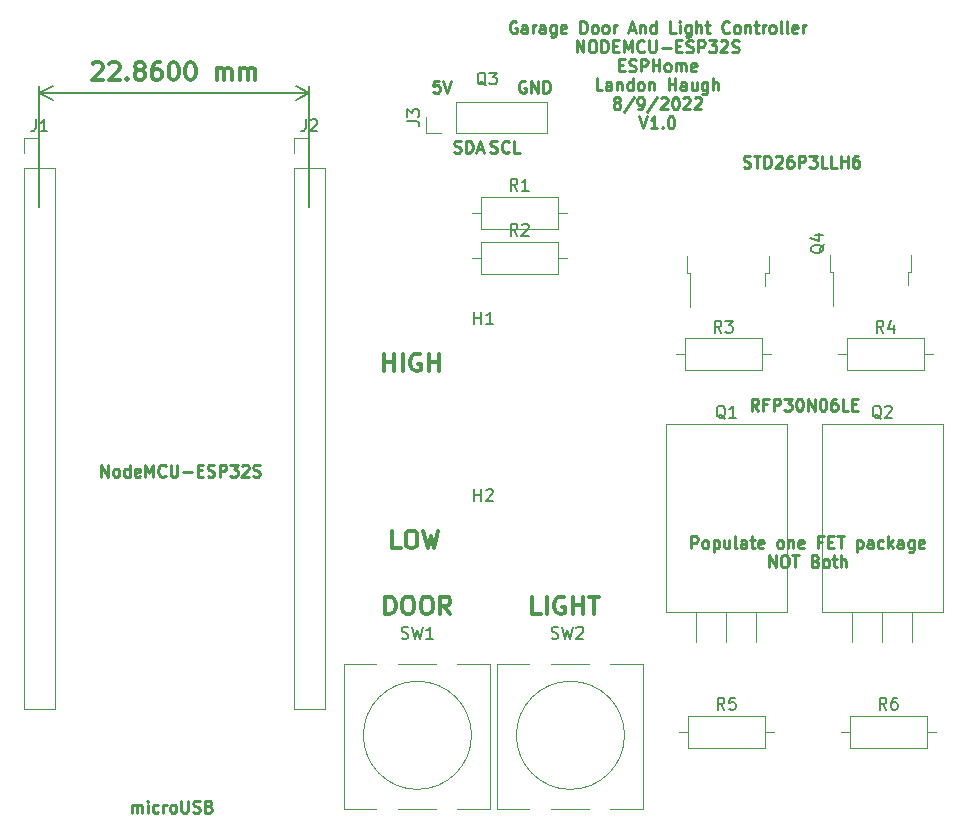
<source format=gbr>
%TF.GenerationSoftware,KiCad,Pcbnew,(6.0.7)*%
%TF.CreationDate,2022-08-09T22:59:13-05:00*%
%TF.ProjectId,garage-door_opener,67617261-6765-42d6-946f-6f725f6f7065,rev?*%
%TF.SameCoordinates,Original*%
%TF.FileFunction,Legend,Top*%
%TF.FilePolarity,Positive*%
%FSLAX46Y46*%
G04 Gerber Fmt 4.6, Leading zero omitted, Abs format (unit mm)*
G04 Created by KiCad (PCBNEW (6.0.7)) date 2022-08-09 22:59:13*
%MOMM*%
%LPD*%
G01*
G04 APERTURE LIST*
%ADD10C,0.250000*%
%ADD11C,0.300000*%
%ADD12C,0.200000*%
%ADD13C,0.150000*%
%ADD14C,0.120000*%
G04 APERTURE END LIST*
D10*
X172799523Y-50696761D02*
X172942380Y-50744380D01*
X173180476Y-50744380D01*
X173275714Y-50696761D01*
X173323333Y-50649142D01*
X173370952Y-50553904D01*
X173370952Y-50458666D01*
X173323333Y-50363428D01*
X173275714Y-50315809D01*
X173180476Y-50268190D01*
X172990000Y-50220571D01*
X172894761Y-50172952D01*
X172847142Y-50125333D01*
X172799523Y-50030095D01*
X172799523Y-49934857D01*
X172847142Y-49839619D01*
X172894761Y-49792000D01*
X172990000Y-49744380D01*
X173228095Y-49744380D01*
X173370952Y-49792000D01*
X174370952Y-50649142D02*
X174323333Y-50696761D01*
X174180476Y-50744380D01*
X174085238Y-50744380D01*
X173942380Y-50696761D01*
X173847142Y-50601523D01*
X173799523Y-50506285D01*
X173751904Y-50315809D01*
X173751904Y-50172952D01*
X173799523Y-49982476D01*
X173847142Y-49887238D01*
X173942380Y-49792000D01*
X174085238Y-49744380D01*
X174180476Y-49744380D01*
X174323333Y-49792000D01*
X174370952Y-49839619D01*
X175275714Y-50744380D02*
X174799523Y-50744380D01*
X174799523Y-49744380D01*
X194231238Y-51966761D02*
X194374095Y-52014380D01*
X194612190Y-52014380D01*
X194707428Y-51966761D01*
X194755047Y-51919142D01*
X194802666Y-51823904D01*
X194802666Y-51728666D01*
X194755047Y-51633428D01*
X194707428Y-51585809D01*
X194612190Y-51538190D01*
X194421714Y-51490571D01*
X194326476Y-51442952D01*
X194278857Y-51395333D01*
X194231238Y-51300095D01*
X194231238Y-51204857D01*
X194278857Y-51109619D01*
X194326476Y-51062000D01*
X194421714Y-51014380D01*
X194659809Y-51014380D01*
X194802666Y-51062000D01*
X195088380Y-51014380D02*
X195659809Y-51014380D01*
X195374095Y-52014380D02*
X195374095Y-51014380D01*
X195993142Y-52014380D02*
X195993142Y-51014380D01*
X196231238Y-51014380D01*
X196374095Y-51062000D01*
X196469333Y-51157238D01*
X196516952Y-51252476D01*
X196564571Y-51442952D01*
X196564571Y-51585809D01*
X196516952Y-51776285D01*
X196469333Y-51871523D01*
X196374095Y-51966761D01*
X196231238Y-52014380D01*
X195993142Y-52014380D01*
X196945523Y-51109619D02*
X196993142Y-51062000D01*
X197088380Y-51014380D01*
X197326476Y-51014380D01*
X197421714Y-51062000D01*
X197469333Y-51109619D01*
X197516952Y-51204857D01*
X197516952Y-51300095D01*
X197469333Y-51442952D01*
X196897904Y-52014380D01*
X197516952Y-52014380D01*
X198374095Y-51014380D02*
X198183619Y-51014380D01*
X198088380Y-51062000D01*
X198040761Y-51109619D01*
X197945523Y-51252476D01*
X197897904Y-51442952D01*
X197897904Y-51823904D01*
X197945523Y-51919142D01*
X197993142Y-51966761D01*
X198088380Y-52014380D01*
X198278857Y-52014380D01*
X198374095Y-51966761D01*
X198421714Y-51919142D01*
X198469333Y-51823904D01*
X198469333Y-51585809D01*
X198421714Y-51490571D01*
X198374095Y-51442952D01*
X198278857Y-51395333D01*
X198088380Y-51395333D01*
X197993142Y-51442952D01*
X197945523Y-51490571D01*
X197897904Y-51585809D01*
X198897904Y-52014380D02*
X198897904Y-51014380D01*
X199278857Y-51014380D01*
X199374095Y-51062000D01*
X199421714Y-51109619D01*
X199469333Y-51204857D01*
X199469333Y-51347714D01*
X199421714Y-51442952D01*
X199374095Y-51490571D01*
X199278857Y-51538190D01*
X198897904Y-51538190D01*
X199802666Y-51014380D02*
X200421714Y-51014380D01*
X200088380Y-51395333D01*
X200231238Y-51395333D01*
X200326476Y-51442952D01*
X200374095Y-51490571D01*
X200421714Y-51585809D01*
X200421714Y-51823904D01*
X200374095Y-51919142D01*
X200326476Y-51966761D01*
X200231238Y-52014380D01*
X199945523Y-52014380D01*
X199850285Y-51966761D01*
X199802666Y-51919142D01*
X201326476Y-52014380D02*
X200850285Y-52014380D01*
X200850285Y-51014380D01*
X202136000Y-52014380D02*
X201659809Y-52014380D01*
X201659809Y-51014380D01*
X202469333Y-52014380D02*
X202469333Y-51014380D01*
X202469333Y-51490571D02*
X203040761Y-51490571D01*
X203040761Y-52014380D02*
X203040761Y-51014380D01*
X203945523Y-51014380D02*
X203755047Y-51014380D01*
X203659809Y-51062000D01*
X203612190Y-51109619D01*
X203516952Y-51252476D01*
X203469333Y-51442952D01*
X203469333Y-51823904D01*
X203516952Y-51919142D01*
X203564571Y-51966761D01*
X203659809Y-52014380D01*
X203850285Y-52014380D01*
X203945523Y-51966761D01*
X203993142Y-51919142D01*
X204040761Y-51823904D01*
X204040761Y-51585809D01*
X203993142Y-51490571D01*
X203945523Y-51442952D01*
X203850285Y-51395333D01*
X203659809Y-51395333D01*
X203564571Y-51442952D01*
X203516952Y-51490571D01*
X203469333Y-51585809D01*
D11*
X165191428Y-84244571D02*
X164477142Y-84244571D01*
X164477142Y-82744571D01*
X165977142Y-82744571D02*
X166262857Y-82744571D01*
X166405714Y-82816000D01*
X166548571Y-82958857D01*
X166620000Y-83244571D01*
X166620000Y-83744571D01*
X166548571Y-84030285D01*
X166405714Y-84173142D01*
X166262857Y-84244571D01*
X165977142Y-84244571D01*
X165834285Y-84173142D01*
X165691428Y-84030285D01*
X165620000Y-83744571D01*
X165620000Y-83244571D01*
X165691428Y-82958857D01*
X165834285Y-82816000D01*
X165977142Y-82744571D01*
X167120000Y-82744571D02*
X167477142Y-84244571D01*
X167762857Y-83173142D01*
X168048571Y-84244571D01*
X168405714Y-82744571D01*
X163794571Y-69258571D02*
X163794571Y-67758571D01*
X163794571Y-68472857D02*
X164651714Y-68472857D01*
X164651714Y-69258571D02*
X164651714Y-67758571D01*
X165366000Y-69258571D02*
X165366000Y-67758571D01*
X166866000Y-67830000D02*
X166723142Y-67758571D01*
X166508857Y-67758571D01*
X166294571Y-67830000D01*
X166151714Y-67972857D01*
X166080285Y-68115714D01*
X166008857Y-68401428D01*
X166008857Y-68615714D01*
X166080285Y-68901428D01*
X166151714Y-69044285D01*
X166294571Y-69187142D01*
X166508857Y-69258571D01*
X166651714Y-69258571D01*
X166866000Y-69187142D01*
X166937428Y-69115714D01*
X166937428Y-68615714D01*
X166651714Y-68615714D01*
X167580285Y-69258571D02*
X167580285Y-67758571D01*
X167580285Y-68472857D02*
X168437428Y-68472857D01*
X168437428Y-69258571D02*
X168437428Y-67758571D01*
X177070000Y-89832571D02*
X176355714Y-89832571D01*
X176355714Y-88332571D01*
X177570000Y-89832571D02*
X177570000Y-88332571D01*
X179070000Y-88404000D02*
X178927142Y-88332571D01*
X178712857Y-88332571D01*
X178498571Y-88404000D01*
X178355714Y-88546857D01*
X178284285Y-88689714D01*
X178212857Y-88975428D01*
X178212857Y-89189714D01*
X178284285Y-89475428D01*
X178355714Y-89618285D01*
X178498571Y-89761142D01*
X178712857Y-89832571D01*
X178855714Y-89832571D01*
X179070000Y-89761142D01*
X179141428Y-89689714D01*
X179141428Y-89189714D01*
X178855714Y-89189714D01*
X179784285Y-89832571D02*
X179784285Y-88332571D01*
X179784285Y-89046857D02*
X180641428Y-89046857D01*
X180641428Y-89832571D02*
X180641428Y-88332571D01*
X181141428Y-88332571D02*
X181998571Y-88332571D01*
X181570000Y-89832571D02*
X181570000Y-88332571D01*
D10*
X175768095Y-44712000D02*
X175672857Y-44664380D01*
X175530000Y-44664380D01*
X175387142Y-44712000D01*
X175291904Y-44807238D01*
X175244285Y-44902476D01*
X175196666Y-45092952D01*
X175196666Y-45235809D01*
X175244285Y-45426285D01*
X175291904Y-45521523D01*
X175387142Y-45616761D01*
X175530000Y-45664380D01*
X175625238Y-45664380D01*
X175768095Y-45616761D01*
X175815714Y-45569142D01*
X175815714Y-45235809D01*
X175625238Y-45235809D01*
X176244285Y-45664380D02*
X176244285Y-44664380D01*
X176815714Y-45664380D01*
X176815714Y-44664380D01*
X177291904Y-45664380D02*
X177291904Y-44664380D01*
X177530000Y-44664380D01*
X177672857Y-44712000D01*
X177768095Y-44807238D01*
X177815714Y-44902476D01*
X177863333Y-45092952D01*
X177863333Y-45235809D01*
X177815714Y-45426285D01*
X177768095Y-45521523D01*
X177672857Y-45616761D01*
X177530000Y-45664380D01*
X177291904Y-45664380D01*
X174991619Y-39671000D02*
X174896380Y-39623380D01*
X174753523Y-39623380D01*
X174610666Y-39671000D01*
X174515428Y-39766238D01*
X174467809Y-39861476D01*
X174420190Y-40051952D01*
X174420190Y-40194809D01*
X174467809Y-40385285D01*
X174515428Y-40480523D01*
X174610666Y-40575761D01*
X174753523Y-40623380D01*
X174848761Y-40623380D01*
X174991619Y-40575761D01*
X175039238Y-40528142D01*
X175039238Y-40194809D01*
X174848761Y-40194809D01*
X175896380Y-40623380D02*
X175896380Y-40099571D01*
X175848761Y-40004333D01*
X175753523Y-39956714D01*
X175563047Y-39956714D01*
X175467809Y-40004333D01*
X175896380Y-40575761D02*
X175801142Y-40623380D01*
X175563047Y-40623380D01*
X175467809Y-40575761D01*
X175420190Y-40480523D01*
X175420190Y-40385285D01*
X175467809Y-40290047D01*
X175563047Y-40242428D01*
X175801142Y-40242428D01*
X175896380Y-40194809D01*
X176372571Y-40623380D02*
X176372571Y-39956714D01*
X176372571Y-40147190D02*
X176420190Y-40051952D01*
X176467809Y-40004333D01*
X176563047Y-39956714D01*
X176658285Y-39956714D01*
X177420190Y-40623380D02*
X177420190Y-40099571D01*
X177372571Y-40004333D01*
X177277333Y-39956714D01*
X177086857Y-39956714D01*
X176991619Y-40004333D01*
X177420190Y-40575761D02*
X177324952Y-40623380D01*
X177086857Y-40623380D01*
X176991619Y-40575761D01*
X176943999Y-40480523D01*
X176943999Y-40385285D01*
X176991619Y-40290047D01*
X177086857Y-40242428D01*
X177324952Y-40242428D01*
X177420190Y-40194809D01*
X178324952Y-39956714D02*
X178324952Y-40766238D01*
X178277333Y-40861476D01*
X178229714Y-40909095D01*
X178134476Y-40956714D01*
X177991619Y-40956714D01*
X177896380Y-40909095D01*
X178324952Y-40575761D02*
X178229714Y-40623380D01*
X178039238Y-40623380D01*
X177943999Y-40575761D01*
X177896380Y-40528142D01*
X177848761Y-40432904D01*
X177848761Y-40147190D01*
X177896380Y-40051952D01*
X177943999Y-40004333D01*
X178039238Y-39956714D01*
X178229714Y-39956714D01*
X178324952Y-40004333D01*
X179182095Y-40575761D02*
X179086857Y-40623380D01*
X178896380Y-40623380D01*
X178801142Y-40575761D01*
X178753523Y-40480523D01*
X178753523Y-40099571D01*
X178801142Y-40004333D01*
X178896380Y-39956714D01*
X179086857Y-39956714D01*
X179182095Y-40004333D01*
X179229714Y-40099571D01*
X179229714Y-40194809D01*
X178753523Y-40290047D01*
X180420190Y-40623380D02*
X180420190Y-39623380D01*
X180658285Y-39623380D01*
X180801142Y-39671000D01*
X180896380Y-39766238D01*
X180943999Y-39861476D01*
X180991619Y-40051952D01*
X180991619Y-40194809D01*
X180943999Y-40385285D01*
X180896380Y-40480523D01*
X180801142Y-40575761D01*
X180658285Y-40623380D01*
X180420190Y-40623380D01*
X181563047Y-40623380D02*
X181467809Y-40575761D01*
X181420190Y-40528142D01*
X181372571Y-40432904D01*
X181372571Y-40147190D01*
X181420190Y-40051952D01*
X181467809Y-40004333D01*
X181563047Y-39956714D01*
X181705904Y-39956714D01*
X181801142Y-40004333D01*
X181848761Y-40051952D01*
X181896380Y-40147190D01*
X181896380Y-40432904D01*
X181848761Y-40528142D01*
X181801142Y-40575761D01*
X181705904Y-40623380D01*
X181563047Y-40623380D01*
X182467809Y-40623380D02*
X182372571Y-40575761D01*
X182324952Y-40528142D01*
X182277333Y-40432904D01*
X182277333Y-40147190D01*
X182324952Y-40051952D01*
X182372571Y-40004333D01*
X182467809Y-39956714D01*
X182610666Y-39956714D01*
X182705904Y-40004333D01*
X182753523Y-40051952D01*
X182801142Y-40147190D01*
X182801142Y-40432904D01*
X182753523Y-40528142D01*
X182705904Y-40575761D01*
X182610666Y-40623380D01*
X182467809Y-40623380D01*
X183229714Y-40623380D02*
X183229714Y-39956714D01*
X183229714Y-40147190D02*
X183277333Y-40051952D01*
X183324952Y-40004333D01*
X183420190Y-39956714D01*
X183515428Y-39956714D01*
X184563047Y-40337666D02*
X185039238Y-40337666D01*
X184467809Y-40623380D02*
X184801142Y-39623380D01*
X185134476Y-40623380D01*
X185467809Y-39956714D02*
X185467809Y-40623380D01*
X185467809Y-40051952D02*
X185515428Y-40004333D01*
X185610666Y-39956714D01*
X185753523Y-39956714D01*
X185848761Y-40004333D01*
X185896380Y-40099571D01*
X185896380Y-40623380D01*
X186801142Y-40623380D02*
X186801142Y-39623380D01*
X186801142Y-40575761D02*
X186705904Y-40623380D01*
X186515428Y-40623380D01*
X186420190Y-40575761D01*
X186372571Y-40528142D01*
X186324952Y-40432904D01*
X186324952Y-40147190D01*
X186372571Y-40051952D01*
X186420190Y-40004333D01*
X186515428Y-39956714D01*
X186705904Y-39956714D01*
X186801142Y-40004333D01*
X188515428Y-40623380D02*
X188039238Y-40623380D01*
X188039238Y-39623380D01*
X188848761Y-40623380D02*
X188848761Y-39956714D01*
X188848761Y-39623380D02*
X188801142Y-39671000D01*
X188848761Y-39718619D01*
X188896380Y-39671000D01*
X188848761Y-39623380D01*
X188848761Y-39718619D01*
X189753523Y-39956714D02*
X189753523Y-40766238D01*
X189705904Y-40861476D01*
X189658285Y-40909095D01*
X189563047Y-40956714D01*
X189420190Y-40956714D01*
X189324952Y-40909095D01*
X189753523Y-40575761D02*
X189658285Y-40623380D01*
X189467809Y-40623380D01*
X189372571Y-40575761D01*
X189324952Y-40528142D01*
X189277333Y-40432904D01*
X189277333Y-40147190D01*
X189324952Y-40051952D01*
X189372571Y-40004333D01*
X189467809Y-39956714D01*
X189658285Y-39956714D01*
X189753523Y-40004333D01*
X190229714Y-40623380D02*
X190229714Y-39623380D01*
X190658285Y-40623380D02*
X190658285Y-40099571D01*
X190610666Y-40004333D01*
X190515428Y-39956714D01*
X190372571Y-39956714D01*
X190277333Y-40004333D01*
X190229714Y-40051952D01*
X190991619Y-39956714D02*
X191372571Y-39956714D01*
X191134476Y-39623380D02*
X191134476Y-40480523D01*
X191182095Y-40575761D01*
X191277333Y-40623380D01*
X191372571Y-40623380D01*
X193039238Y-40528142D02*
X192991619Y-40575761D01*
X192848761Y-40623380D01*
X192753523Y-40623380D01*
X192610666Y-40575761D01*
X192515428Y-40480523D01*
X192467809Y-40385285D01*
X192420190Y-40194809D01*
X192420190Y-40051952D01*
X192467809Y-39861476D01*
X192515428Y-39766238D01*
X192610666Y-39671000D01*
X192753523Y-39623380D01*
X192848761Y-39623380D01*
X192991619Y-39671000D01*
X193039238Y-39718619D01*
X193610666Y-40623380D02*
X193515428Y-40575761D01*
X193467809Y-40528142D01*
X193420190Y-40432904D01*
X193420190Y-40147190D01*
X193467809Y-40051952D01*
X193515428Y-40004333D01*
X193610666Y-39956714D01*
X193753523Y-39956714D01*
X193848761Y-40004333D01*
X193896380Y-40051952D01*
X193943999Y-40147190D01*
X193943999Y-40432904D01*
X193896380Y-40528142D01*
X193848761Y-40575761D01*
X193753523Y-40623380D01*
X193610666Y-40623380D01*
X194372571Y-39956714D02*
X194372571Y-40623380D01*
X194372571Y-40051952D02*
X194420190Y-40004333D01*
X194515428Y-39956714D01*
X194658285Y-39956714D01*
X194753523Y-40004333D01*
X194801142Y-40099571D01*
X194801142Y-40623380D01*
X195134476Y-39956714D02*
X195515428Y-39956714D01*
X195277333Y-39623380D02*
X195277333Y-40480523D01*
X195324952Y-40575761D01*
X195420190Y-40623380D01*
X195515428Y-40623380D01*
X195848761Y-40623380D02*
X195848761Y-39956714D01*
X195848761Y-40147190D02*
X195896380Y-40051952D01*
X195943999Y-40004333D01*
X196039238Y-39956714D01*
X196134476Y-39956714D01*
X196610666Y-40623380D02*
X196515428Y-40575761D01*
X196467809Y-40528142D01*
X196420190Y-40432904D01*
X196420190Y-40147190D01*
X196467809Y-40051952D01*
X196515428Y-40004333D01*
X196610666Y-39956714D01*
X196753523Y-39956714D01*
X196848761Y-40004333D01*
X196896380Y-40051952D01*
X196943999Y-40147190D01*
X196943999Y-40432904D01*
X196896380Y-40528142D01*
X196848761Y-40575761D01*
X196753523Y-40623380D01*
X196610666Y-40623380D01*
X197515428Y-40623380D02*
X197420190Y-40575761D01*
X197372571Y-40480523D01*
X197372571Y-39623380D01*
X198039238Y-40623380D02*
X197943999Y-40575761D01*
X197896380Y-40480523D01*
X197896380Y-39623380D01*
X198801142Y-40575761D02*
X198705904Y-40623380D01*
X198515428Y-40623380D01*
X198420190Y-40575761D01*
X198372571Y-40480523D01*
X198372571Y-40099571D01*
X198420190Y-40004333D01*
X198515428Y-39956714D01*
X198705904Y-39956714D01*
X198801142Y-40004333D01*
X198848761Y-40099571D01*
X198848761Y-40194809D01*
X198372571Y-40290047D01*
X199277333Y-40623380D02*
X199277333Y-39956714D01*
X199277333Y-40147190D02*
X199324952Y-40051952D01*
X199372571Y-40004333D01*
X199467809Y-39956714D01*
X199563047Y-39956714D01*
X180110666Y-42233380D02*
X180110666Y-41233380D01*
X180682095Y-42233380D01*
X180682095Y-41233380D01*
X181348761Y-41233380D02*
X181539238Y-41233380D01*
X181634476Y-41281000D01*
X181729714Y-41376238D01*
X181777333Y-41566714D01*
X181777333Y-41900047D01*
X181729714Y-42090523D01*
X181634476Y-42185761D01*
X181539238Y-42233380D01*
X181348761Y-42233380D01*
X181253523Y-42185761D01*
X181158285Y-42090523D01*
X181110666Y-41900047D01*
X181110666Y-41566714D01*
X181158285Y-41376238D01*
X181253523Y-41281000D01*
X181348761Y-41233380D01*
X182205904Y-42233380D02*
X182205904Y-41233380D01*
X182444000Y-41233380D01*
X182586857Y-41281000D01*
X182682095Y-41376238D01*
X182729714Y-41471476D01*
X182777333Y-41661952D01*
X182777333Y-41804809D01*
X182729714Y-41995285D01*
X182682095Y-42090523D01*
X182586857Y-42185761D01*
X182444000Y-42233380D01*
X182205904Y-42233380D01*
X183205904Y-41709571D02*
X183539238Y-41709571D01*
X183682095Y-42233380D02*
X183205904Y-42233380D01*
X183205904Y-41233380D01*
X183682095Y-41233380D01*
X184110666Y-42233380D02*
X184110666Y-41233380D01*
X184444000Y-41947666D01*
X184777333Y-41233380D01*
X184777333Y-42233380D01*
X185824952Y-42138142D02*
X185777333Y-42185761D01*
X185634476Y-42233380D01*
X185539238Y-42233380D01*
X185396380Y-42185761D01*
X185301142Y-42090523D01*
X185253523Y-41995285D01*
X185205904Y-41804809D01*
X185205904Y-41661952D01*
X185253523Y-41471476D01*
X185301142Y-41376238D01*
X185396380Y-41281000D01*
X185539238Y-41233380D01*
X185634476Y-41233380D01*
X185777333Y-41281000D01*
X185824952Y-41328619D01*
X186253523Y-41233380D02*
X186253523Y-42042904D01*
X186301142Y-42138142D01*
X186348761Y-42185761D01*
X186444000Y-42233380D01*
X186634476Y-42233380D01*
X186729714Y-42185761D01*
X186777333Y-42138142D01*
X186824952Y-42042904D01*
X186824952Y-41233380D01*
X187301142Y-41852428D02*
X188063047Y-41852428D01*
X188539238Y-41709571D02*
X188872571Y-41709571D01*
X189015428Y-42233380D02*
X188539238Y-42233380D01*
X188539238Y-41233380D01*
X189015428Y-41233380D01*
X189396380Y-42185761D02*
X189539238Y-42233380D01*
X189777333Y-42233380D01*
X189872571Y-42185761D01*
X189920190Y-42138142D01*
X189967809Y-42042904D01*
X189967809Y-41947666D01*
X189920190Y-41852428D01*
X189872571Y-41804809D01*
X189777333Y-41757190D01*
X189586857Y-41709571D01*
X189491619Y-41661952D01*
X189444000Y-41614333D01*
X189396380Y-41519095D01*
X189396380Y-41423857D01*
X189444000Y-41328619D01*
X189491619Y-41281000D01*
X189586857Y-41233380D01*
X189824952Y-41233380D01*
X189967809Y-41281000D01*
X190396380Y-42233380D02*
X190396380Y-41233380D01*
X190777333Y-41233380D01*
X190872571Y-41281000D01*
X190920190Y-41328619D01*
X190967809Y-41423857D01*
X190967809Y-41566714D01*
X190920190Y-41661952D01*
X190872571Y-41709571D01*
X190777333Y-41757190D01*
X190396380Y-41757190D01*
X191301142Y-41233380D02*
X191920190Y-41233380D01*
X191586857Y-41614333D01*
X191729714Y-41614333D01*
X191824952Y-41661952D01*
X191872571Y-41709571D01*
X191920190Y-41804809D01*
X191920190Y-42042904D01*
X191872571Y-42138142D01*
X191824952Y-42185761D01*
X191729714Y-42233380D01*
X191444000Y-42233380D01*
X191348761Y-42185761D01*
X191301142Y-42138142D01*
X192301142Y-41328619D02*
X192348761Y-41281000D01*
X192444000Y-41233380D01*
X192682095Y-41233380D01*
X192777333Y-41281000D01*
X192824952Y-41328619D01*
X192872571Y-41423857D01*
X192872571Y-41519095D01*
X192824952Y-41661952D01*
X192253523Y-42233380D01*
X192872571Y-42233380D01*
X193253523Y-42185761D02*
X193396380Y-42233380D01*
X193634476Y-42233380D01*
X193729714Y-42185761D01*
X193777333Y-42138142D01*
X193824952Y-42042904D01*
X193824952Y-41947666D01*
X193777333Y-41852428D01*
X193729714Y-41804809D01*
X193634476Y-41757190D01*
X193444000Y-41709571D01*
X193348761Y-41661952D01*
X193301142Y-41614333D01*
X193253523Y-41519095D01*
X193253523Y-41423857D01*
X193301142Y-41328619D01*
X193348761Y-41281000D01*
X193444000Y-41233380D01*
X193682095Y-41233380D01*
X193824952Y-41281000D01*
X183682095Y-43319571D02*
X184015428Y-43319571D01*
X184158285Y-43843380D02*
X183682095Y-43843380D01*
X183682095Y-42843380D01*
X184158285Y-42843380D01*
X184539238Y-43795761D02*
X184682095Y-43843380D01*
X184920190Y-43843380D01*
X185015428Y-43795761D01*
X185063047Y-43748142D01*
X185110666Y-43652904D01*
X185110666Y-43557666D01*
X185063047Y-43462428D01*
X185015428Y-43414809D01*
X184920190Y-43367190D01*
X184729714Y-43319571D01*
X184634476Y-43271952D01*
X184586857Y-43224333D01*
X184539238Y-43129095D01*
X184539238Y-43033857D01*
X184586857Y-42938619D01*
X184634476Y-42891000D01*
X184729714Y-42843380D01*
X184967809Y-42843380D01*
X185110666Y-42891000D01*
X185539238Y-43843380D02*
X185539238Y-42843380D01*
X185920190Y-42843380D01*
X186015428Y-42891000D01*
X186063047Y-42938619D01*
X186110666Y-43033857D01*
X186110666Y-43176714D01*
X186063047Y-43271952D01*
X186015428Y-43319571D01*
X185920190Y-43367190D01*
X185539238Y-43367190D01*
X186539238Y-43843380D02*
X186539238Y-42843380D01*
X186539238Y-43319571D02*
X187110666Y-43319571D01*
X187110666Y-43843380D02*
X187110666Y-42843380D01*
X187729714Y-43843380D02*
X187634476Y-43795761D01*
X187586857Y-43748142D01*
X187539238Y-43652904D01*
X187539238Y-43367190D01*
X187586857Y-43271952D01*
X187634476Y-43224333D01*
X187729714Y-43176714D01*
X187872571Y-43176714D01*
X187967809Y-43224333D01*
X188015428Y-43271952D01*
X188063047Y-43367190D01*
X188063047Y-43652904D01*
X188015428Y-43748142D01*
X187967809Y-43795761D01*
X187872571Y-43843380D01*
X187729714Y-43843380D01*
X188491619Y-43843380D02*
X188491619Y-43176714D01*
X188491619Y-43271952D02*
X188539238Y-43224333D01*
X188634476Y-43176714D01*
X188777333Y-43176714D01*
X188872571Y-43224333D01*
X188920190Y-43319571D01*
X188920190Y-43843380D01*
X188920190Y-43319571D02*
X188967809Y-43224333D01*
X189063047Y-43176714D01*
X189205904Y-43176714D01*
X189301142Y-43224333D01*
X189348761Y-43319571D01*
X189348761Y-43843380D01*
X190205904Y-43795761D02*
X190110666Y-43843380D01*
X189920190Y-43843380D01*
X189824952Y-43795761D01*
X189777333Y-43700523D01*
X189777333Y-43319571D01*
X189824952Y-43224333D01*
X189920190Y-43176714D01*
X190110666Y-43176714D01*
X190205904Y-43224333D01*
X190253523Y-43319571D01*
X190253523Y-43414809D01*
X189777333Y-43510047D01*
X182277333Y-45453380D02*
X181801142Y-45453380D01*
X181801142Y-44453380D01*
X183039238Y-45453380D02*
X183039238Y-44929571D01*
X182991619Y-44834333D01*
X182896380Y-44786714D01*
X182705904Y-44786714D01*
X182610666Y-44834333D01*
X183039238Y-45405761D02*
X182944000Y-45453380D01*
X182705904Y-45453380D01*
X182610666Y-45405761D01*
X182563047Y-45310523D01*
X182563047Y-45215285D01*
X182610666Y-45120047D01*
X182705904Y-45072428D01*
X182944000Y-45072428D01*
X183039238Y-45024809D01*
X183515428Y-44786714D02*
X183515428Y-45453380D01*
X183515428Y-44881952D02*
X183563047Y-44834333D01*
X183658285Y-44786714D01*
X183801142Y-44786714D01*
X183896380Y-44834333D01*
X183944000Y-44929571D01*
X183944000Y-45453380D01*
X184848761Y-45453380D02*
X184848761Y-44453380D01*
X184848761Y-45405761D02*
X184753523Y-45453380D01*
X184563047Y-45453380D01*
X184467809Y-45405761D01*
X184420190Y-45358142D01*
X184372571Y-45262904D01*
X184372571Y-44977190D01*
X184420190Y-44881952D01*
X184467809Y-44834333D01*
X184563047Y-44786714D01*
X184753523Y-44786714D01*
X184848761Y-44834333D01*
X185467809Y-45453380D02*
X185372571Y-45405761D01*
X185324952Y-45358142D01*
X185277333Y-45262904D01*
X185277333Y-44977190D01*
X185324952Y-44881952D01*
X185372571Y-44834333D01*
X185467809Y-44786714D01*
X185610666Y-44786714D01*
X185705904Y-44834333D01*
X185753523Y-44881952D01*
X185801142Y-44977190D01*
X185801142Y-45262904D01*
X185753523Y-45358142D01*
X185705904Y-45405761D01*
X185610666Y-45453380D01*
X185467809Y-45453380D01*
X186229714Y-44786714D02*
X186229714Y-45453380D01*
X186229714Y-44881952D02*
X186277333Y-44834333D01*
X186372571Y-44786714D01*
X186515428Y-44786714D01*
X186610666Y-44834333D01*
X186658285Y-44929571D01*
X186658285Y-45453380D01*
X187896380Y-45453380D02*
X187896380Y-44453380D01*
X187896380Y-44929571D02*
X188467809Y-44929571D01*
X188467809Y-45453380D02*
X188467809Y-44453380D01*
X189372571Y-45453380D02*
X189372571Y-44929571D01*
X189324952Y-44834333D01*
X189229714Y-44786714D01*
X189039238Y-44786714D01*
X188944000Y-44834333D01*
X189372571Y-45405761D02*
X189277333Y-45453380D01*
X189039238Y-45453380D01*
X188944000Y-45405761D01*
X188896380Y-45310523D01*
X188896380Y-45215285D01*
X188944000Y-45120047D01*
X189039238Y-45072428D01*
X189277333Y-45072428D01*
X189372571Y-45024809D01*
X190277333Y-44786714D02*
X190277333Y-45453380D01*
X189848761Y-44786714D02*
X189848761Y-45310523D01*
X189896380Y-45405761D01*
X189991619Y-45453380D01*
X190134476Y-45453380D01*
X190229714Y-45405761D01*
X190277333Y-45358142D01*
X191182095Y-44786714D02*
X191182095Y-45596238D01*
X191134476Y-45691476D01*
X191086857Y-45739095D01*
X190991619Y-45786714D01*
X190848761Y-45786714D01*
X190753523Y-45739095D01*
X191182095Y-45405761D02*
X191086857Y-45453380D01*
X190896380Y-45453380D01*
X190801142Y-45405761D01*
X190753523Y-45358142D01*
X190705904Y-45262904D01*
X190705904Y-44977190D01*
X190753523Y-44881952D01*
X190801142Y-44834333D01*
X190896380Y-44786714D01*
X191086857Y-44786714D01*
X191182095Y-44834333D01*
X191658285Y-45453380D02*
X191658285Y-44453380D01*
X192086857Y-45453380D02*
X192086857Y-44929571D01*
X192039238Y-44834333D01*
X191944000Y-44786714D01*
X191801142Y-44786714D01*
X191705904Y-44834333D01*
X191658285Y-44881952D01*
X183420190Y-46491952D02*
X183324952Y-46444333D01*
X183277333Y-46396714D01*
X183229714Y-46301476D01*
X183229714Y-46253857D01*
X183277333Y-46158619D01*
X183324952Y-46111000D01*
X183420190Y-46063380D01*
X183610666Y-46063380D01*
X183705904Y-46111000D01*
X183753523Y-46158619D01*
X183801142Y-46253857D01*
X183801142Y-46301476D01*
X183753523Y-46396714D01*
X183705904Y-46444333D01*
X183610666Y-46491952D01*
X183420190Y-46491952D01*
X183324952Y-46539571D01*
X183277333Y-46587190D01*
X183229714Y-46682428D01*
X183229714Y-46872904D01*
X183277333Y-46968142D01*
X183324952Y-47015761D01*
X183420190Y-47063380D01*
X183610666Y-47063380D01*
X183705904Y-47015761D01*
X183753523Y-46968142D01*
X183801142Y-46872904D01*
X183801142Y-46682428D01*
X183753523Y-46587190D01*
X183705904Y-46539571D01*
X183610666Y-46491952D01*
X184944000Y-46015761D02*
X184086857Y-47301476D01*
X185324952Y-47063380D02*
X185515428Y-47063380D01*
X185610666Y-47015761D01*
X185658285Y-46968142D01*
X185753523Y-46825285D01*
X185801142Y-46634809D01*
X185801142Y-46253857D01*
X185753523Y-46158619D01*
X185705904Y-46111000D01*
X185610666Y-46063380D01*
X185420190Y-46063380D01*
X185324952Y-46111000D01*
X185277333Y-46158619D01*
X185229714Y-46253857D01*
X185229714Y-46491952D01*
X185277333Y-46587190D01*
X185324952Y-46634809D01*
X185420190Y-46682428D01*
X185610666Y-46682428D01*
X185705904Y-46634809D01*
X185753523Y-46587190D01*
X185801142Y-46491952D01*
X186944000Y-46015761D02*
X186086857Y-47301476D01*
X187229714Y-46158619D02*
X187277333Y-46111000D01*
X187372571Y-46063380D01*
X187610666Y-46063380D01*
X187705904Y-46111000D01*
X187753523Y-46158619D01*
X187801142Y-46253857D01*
X187801142Y-46349095D01*
X187753523Y-46491952D01*
X187182095Y-47063380D01*
X187801142Y-47063380D01*
X188420190Y-46063380D02*
X188515428Y-46063380D01*
X188610666Y-46111000D01*
X188658285Y-46158619D01*
X188705904Y-46253857D01*
X188753523Y-46444333D01*
X188753523Y-46682428D01*
X188705904Y-46872904D01*
X188658285Y-46968142D01*
X188610666Y-47015761D01*
X188515428Y-47063380D01*
X188420190Y-47063380D01*
X188324952Y-47015761D01*
X188277333Y-46968142D01*
X188229714Y-46872904D01*
X188182095Y-46682428D01*
X188182095Y-46444333D01*
X188229714Y-46253857D01*
X188277333Y-46158619D01*
X188324952Y-46111000D01*
X188420190Y-46063380D01*
X189134476Y-46158619D02*
X189182095Y-46111000D01*
X189277333Y-46063380D01*
X189515428Y-46063380D01*
X189610666Y-46111000D01*
X189658285Y-46158619D01*
X189705904Y-46253857D01*
X189705904Y-46349095D01*
X189658285Y-46491952D01*
X189086857Y-47063380D01*
X189705904Y-47063380D01*
X190086857Y-46158619D02*
X190134476Y-46111000D01*
X190229714Y-46063380D01*
X190467809Y-46063380D01*
X190563047Y-46111000D01*
X190610666Y-46158619D01*
X190658285Y-46253857D01*
X190658285Y-46349095D01*
X190610666Y-46491952D01*
X190039238Y-47063380D01*
X190658285Y-47063380D01*
X185420190Y-47673380D02*
X185753523Y-48673380D01*
X186086857Y-47673380D01*
X186944000Y-48673380D02*
X186372571Y-48673380D01*
X186658285Y-48673380D02*
X186658285Y-47673380D01*
X186563047Y-47816238D01*
X186467809Y-47911476D01*
X186372571Y-47959095D01*
X187372571Y-48578142D02*
X187420190Y-48625761D01*
X187372571Y-48673380D01*
X187324952Y-48625761D01*
X187372571Y-48578142D01*
X187372571Y-48673380D01*
X188039238Y-47673380D02*
X188134476Y-47673380D01*
X188229714Y-47721000D01*
X188277333Y-47768619D01*
X188324952Y-47863857D01*
X188372571Y-48054333D01*
X188372571Y-48292428D01*
X188324952Y-48482904D01*
X188277333Y-48578142D01*
X188229714Y-48625761D01*
X188134476Y-48673380D01*
X188039238Y-48673380D01*
X187944000Y-48625761D01*
X187896380Y-48578142D01*
X187848761Y-48482904D01*
X187801142Y-48292428D01*
X187801142Y-48054333D01*
X187848761Y-47863857D01*
X187896380Y-47768619D01*
X187944000Y-47721000D01*
X188039238Y-47673380D01*
X168465523Y-44664380D02*
X167989333Y-44664380D01*
X167941714Y-45140571D01*
X167989333Y-45092952D01*
X168084571Y-45045333D01*
X168322666Y-45045333D01*
X168417904Y-45092952D01*
X168465523Y-45140571D01*
X168513142Y-45235809D01*
X168513142Y-45473904D01*
X168465523Y-45569142D01*
X168417904Y-45616761D01*
X168322666Y-45664380D01*
X168084571Y-45664380D01*
X167989333Y-45616761D01*
X167941714Y-45569142D01*
X168798857Y-44664380D02*
X169132190Y-45664380D01*
X169465523Y-44664380D01*
X139867523Y-78176380D02*
X139867523Y-77176380D01*
X140438952Y-78176380D01*
X140438952Y-77176380D01*
X141058000Y-78176380D02*
X140962761Y-78128761D01*
X140915142Y-78081142D01*
X140867523Y-77985904D01*
X140867523Y-77700190D01*
X140915142Y-77604952D01*
X140962761Y-77557333D01*
X141058000Y-77509714D01*
X141200857Y-77509714D01*
X141296095Y-77557333D01*
X141343714Y-77604952D01*
X141391333Y-77700190D01*
X141391333Y-77985904D01*
X141343714Y-78081142D01*
X141296095Y-78128761D01*
X141200857Y-78176380D01*
X141058000Y-78176380D01*
X142248476Y-78176380D02*
X142248476Y-77176380D01*
X142248476Y-78128761D02*
X142153238Y-78176380D01*
X141962761Y-78176380D01*
X141867523Y-78128761D01*
X141819904Y-78081142D01*
X141772285Y-77985904D01*
X141772285Y-77700190D01*
X141819904Y-77604952D01*
X141867523Y-77557333D01*
X141962761Y-77509714D01*
X142153238Y-77509714D01*
X142248476Y-77557333D01*
X143105619Y-78128761D02*
X143010380Y-78176380D01*
X142819904Y-78176380D01*
X142724666Y-78128761D01*
X142677047Y-78033523D01*
X142677047Y-77652571D01*
X142724666Y-77557333D01*
X142819904Y-77509714D01*
X143010380Y-77509714D01*
X143105619Y-77557333D01*
X143153238Y-77652571D01*
X143153238Y-77747809D01*
X142677047Y-77843047D01*
X143581809Y-78176380D02*
X143581809Y-77176380D01*
X143915142Y-77890666D01*
X144248476Y-77176380D01*
X144248476Y-78176380D01*
X145296095Y-78081142D02*
X145248476Y-78128761D01*
X145105619Y-78176380D01*
X145010380Y-78176380D01*
X144867523Y-78128761D01*
X144772285Y-78033523D01*
X144724666Y-77938285D01*
X144677047Y-77747809D01*
X144677047Y-77604952D01*
X144724666Y-77414476D01*
X144772285Y-77319238D01*
X144867523Y-77224000D01*
X145010380Y-77176380D01*
X145105619Y-77176380D01*
X145248476Y-77224000D01*
X145296095Y-77271619D01*
X145724666Y-77176380D02*
X145724666Y-77985904D01*
X145772285Y-78081142D01*
X145819904Y-78128761D01*
X145915142Y-78176380D01*
X146105619Y-78176380D01*
X146200857Y-78128761D01*
X146248476Y-78081142D01*
X146296095Y-77985904D01*
X146296095Y-77176380D01*
X146772285Y-77795428D02*
X147534190Y-77795428D01*
X148010380Y-77652571D02*
X148343714Y-77652571D01*
X148486571Y-78176380D02*
X148010380Y-78176380D01*
X148010380Y-77176380D01*
X148486571Y-77176380D01*
X148867523Y-78128761D02*
X149010380Y-78176380D01*
X149248476Y-78176380D01*
X149343714Y-78128761D01*
X149391333Y-78081142D01*
X149438952Y-77985904D01*
X149438952Y-77890666D01*
X149391333Y-77795428D01*
X149343714Y-77747809D01*
X149248476Y-77700190D01*
X149058000Y-77652571D01*
X148962761Y-77604952D01*
X148915142Y-77557333D01*
X148867523Y-77462095D01*
X148867523Y-77366857D01*
X148915142Y-77271619D01*
X148962761Y-77224000D01*
X149058000Y-77176380D01*
X149296095Y-77176380D01*
X149438952Y-77224000D01*
X149867523Y-78176380D02*
X149867523Y-77176380D01*
X150248476Y-77176380D01*
X150343714Y-77224000D01*
X150391333Y-77271619D01*
X150438952Y-77366857D01*
X150438952Y-77509714D01*
X150391333Y-77604952D01*
X150343714Y-77652571D01*
X150248476Y-77700190D01*
X149867523Y-77700190D01*
X150772285Y-77176380D02*
X151391333Y-77176380D01*
X151058000Y-77557333D01*
X151200857Y-77557333D01*
X151296095Y-77604952D01*
X151343714Y-77652571D01*
X151391333Y-77747809D01*
X151391333Y-77985904D01*
X151343714Y-78081142D01*
X151296095Y-78128761D01*
X151200857Y-78176380D01*
X150915142Y-78176380D01*
X150819904Y-78128761D01*
X150772285Y-78081142D01*
X151772285Y-77271619D02*
X151819904Y-77224000D01*
X151915142Y-77176380D01*
X152153238Y-77176380D01*
X152248476Y-77224000D01*
X152296095Y-77271619D01*
X152343714Y-77366857D01*
X152343714Y-77462095D01*
X152296095Y-77604952D01*
X151724666Y-78176380D01*
X152343714Y-78176380D01*
X152724666Y-78128761D02*
X152867523Y-78176380D01*
X153105619Y-78176380D01*
X153200857Y-78128761D01*
X153248476Y-78081142D01*
X153296095Y-77985904D01*
X153296095Y-77890666D01*
X153248476Y-77795428D01*
X153200857Y-77747809D01*
X153105619Y-77700190D01*
X152915142Y-77652571D01*
X152819904Y-77604952D01*
X152772285Y-77557333D01*
X152724666Y-77462095D01*
X152724666Y-77366857D01*
X152772285Y-77271619D01*
X152819904Y-77224000D01*
X152915142Y-77176380D01*
X153153238Y-77176380D01*
X153296095Y-77224000D01*
D11*
X163909714Y-89832571D02*
X163909714Y-88332571D01*
X164266857Y-88332571D01*
X164481142Y-88404000D01*
X164624000Y-88546857D01*
X164695428Y-88689714D01*
X164766857Y-88975428D01*
X164766857Y-89189714D01*
X164695428Y-89475428D01*
X164624000Y-89618285D01*
X164481142Y-89761142D01*
X164266857Y-89832571D01*
X163909714Y-89832571D01*
X165695428Y-88332571D02*
X165981142Y-88332571D01*
X166124000Y-88404000D01*
X166266857Y-88546857D01*
X166338285Y-88832571D01*
X166338285Y-89332571D01*
X166266857Y-89618285D01*
X166124000Y-89761142D01*
X165981142Y-89832571D01*
X165695428Y-89832571D01*
X165552571Y-89761142D01*
X165409714Y-89618285D01*
X165338285Y-89332571D01*
X165338285Y-88832571D01*
X165409714Y-88546857D01*
X165552571Y-88404000D01*
X165695428Y-88332571D01*
X167266857Y-88332571D02*
X167552571Y-88332571D01*
X167695428Y-88404000D01*
X167838285Y-88546857D01*
X167909714Y-88832571D01*
X167909714Y-89332571D01*
X167838285Y-89618285D01*
X167695428Y-89761142D01*
X167552571Y-89832571D01*
X167266857Y-89832571D01*
X167124000Y-89761142D01*
X166981142Y-89618285D01*
X166909714Y-89332571D01*
X166909714Y-88832571D01*
X166981142Y-88546857D01*
X167124000Y-88404000D01*
X167266857Y-88332571D01*
X169409714Y-89832571D02*
X168909714Y-89118285D01*
X168552571Y-89832571D02*
X168552571Y-88332571D01*
X169124000Y-88332571D01*
X169266857Y-88404000D01*
X169338285Y-88475428D01*
X169409714Y-88618285D01*
X169409714Y-88832571D01*
X169338285Y-88975428D01*
X169266857Y-89046857D01*
X169124000Y-89118285D01*
X168552571Y-89118285D01*
D10*
X189786857Y-84229380D02*
X189786857Y-83229380D01*
X190167809Y-83229380D01*
X190263047Y-83277000D01*
X190310666Y-83324619D01*
X190358285Y-83419857D01*
X190358285Y-83562714D01*
X190310666Y-83657952D01*
X190263047Y-83705571D01*
X190167809Y-83753190D01*
X189786857Y-83753190D01*
X190929714Y-84229380D02*
X190834476Y-84181761D01*
X190786857Y-84134142D01*
X190739238Y-84038904D01*
X190739238Y-83753190D01*
X190786857Y-83657952D01*
X190834476Y-83610333D01*
X190929714Y-83562714D01*
X191072571Y-83562714D01*
X191167809Y-83610333D01*
X191215428Y-83657952D01*
X191263047Y-83753190D01*
X191263047Y-84038904D01*
X191215428Y-84134142D01*
X191167809Y-84181761D01*
X191072571Y-84229380D01*
X190929714Y-84229380D01*
X191691619Y-83562714D02*
X191691619Y-84562714D01*
X191691619Y-83610333D02*
X191786857Y-83562714D01*
X191977333Y-83562714D01*
X192072571Y-83610333D01*
X192120190Y-83657952D01*
X192167809Y-83753190D01*
X192167809Y-84038904D01*
X192120190Y-84134142D01*
X192072571Y-84181761D01*
X191977333Y-84229380D01*
X191786857Y-84229380D01*
X191691619Y-84181761D01*
X193024952Y-83562714D02*
X193024952Y-84229380D01*
X192596380Y-83562714D02*
X192596380Y-84086523D01*
X192644000Y-84181761D01*
X192739238Y-84229380D01*
X192882095Y-84229380D01*
X192977333Y-84181761D01*
X193024952Y-84134142D01*
X193644000Y-84229380D02*
X193548761Y-84181761D01*
X193501142Y-84086523D01*
X193501142Y-83229380D01*
X194453523Y-84229380D02*
X194453523Y-83705571D01*
X194405904Y-83610333D01*
X194310666Y-83562714D01*
X194120190Y-83562714D01*
X194024952Y-83610333D01*
X194453523Y-84181761D02*
X194358285Y-84229380D01*
X194120190Y-84229380D01*
X194024952Y-84181761D01*
X193977333Y-84086523D01*
X193977333Y-83991285D01*
X194024952Y-83896047D01*
X194120190Y-83848428D01*
X194358285Y-83848428D01*
X194453523Y-83800809D01*
X194786857Y-83562714D02*
X195167809Y-83562714D01*
X194929714Y-83229380D02*
X194929714Y-84086523D01*
X194977333Y-84181761D01*
X195072571Y-84229380D01*
X195167809Y-84229380D01*
X195882095Y-84181761D02*
X195786857Y-84229380D01*
X195596380Y-84229380D01*
X195501142Y-84181761D01*
X195453523Y-84086523D01*
X195453523Y-83705571D01*
X195501142Y-83610333D01*
X195596380Y-83562714D01*
X195786857Y-83562714D01*
X195882095Y-83610333D01*
X195929714Y-83705571D01*
X195929714Y-83800809D01*
X195453523Y-83896047D01*
X197263047Y-84229380D02*
X197167809Y-84181761D01*
X197120190Y-84134142D01*
X197072571Y-84038904D01*
X197072571Y-83753190D01*
X197120190Y-83657952D01*
X197167809Y-83610333D01*
X197263047Y-83562714D01*
X197405904Y-83562714D01*
X197501142Y-83610333D01*
X197548761Y-83657952D01*
X197596380Y-83753190D01*
X197596380Y-84038904D01*
X197548761Y-84134142D01*
X197501142Y-84181761D01*
X197405904Y-84229380D01*
X197263047Y-84229380D01*
X198024952Y-83562714D02*
X198024952Y-84229380D01*
X198024952Y-83657952D02*
X198072571Y-83610333D01*
X198167809Y-83562714D01*
X198310666Y-83562714D01*
X198405904Y-83610333D01*
X198453523Y-83705571D01*
X198453523Y-84229380D01*
X199310666Y-84181761D02*
X199215428Y-84229380D01*
X199024952Y-84229380D01*
X198929714Y-84181761D01*
X198882095Y-84086523D01*
X198882095Y-83705571D01*
X198929714Y-83610333D01*
X199024952Y-83562714D01*
X199215428Y-83562714D01*
X199310666Y-83610333D01*
X199358285Y-83705571D01*
X199358285Y-83800809D01*
X198882095Y-83896047D01*
X200882095Y-83705571D02*
X200548761Y-83705571D01*
X200548761Y-84229380D02*
X200548761Y-83229380D01*
X201024952Y-83229380D01*
X201405904Y-83705571D02*
X201739238Y-83705571D01*
X201882095Y-84229380D02*
X201405904Y-84229380D01*
X201405904Y-83229380D01*
X201882095Y-83229380D01*
X202167809Y-83229380D02*
X202739238Y-83229380D01*
X202453523Y-84229380D02*
X202453523Y-83229380D01*
X203834476Y-83562714D02*
X203834476Y-84562714D01*
X203834476Y-83610333D02*
X203929714Y-83562714D01*
X204120190Y-83562714D01*
X204215428Y-83610333D01*
X204263047Y-83657952D01*
X204310666Y-83753190D01*
X204310666Y-84038904D01*
X204263047Y-84134142D01*
X204215428Y-84181761D01*
X204120190Y-84229380D01*
X203929714Y-84229380D01*
X203834476Y-84181761D01*
X205167809Y-84229380D02*
X205167809Y-83705571D01*
X205120190Y-83610333D01*
X205024952Y-83562714D01*
X204834476Y-83562714D01*
X204739238Y-83610333D01*
X205167809Y-84181761D02*
X205072571Y-84229380D01*
X204834476Y-84229380D01*
X204739238Y-84181761D01*
X204691619Y-84086523D01*
X204691619Y-83991285D01*
X204739238Y-83896047D01*
X204834476Y-83848428D01*
X205072571Y-83848428D01*
X205167809Y-83800809D01*
X206072571Y-84181761D02*
X205977333Y-84229380D01*
X205786857Y-84229380D01*
X205691619Y-84181761D01*
X205644000Y-84134142D01*
X205596380Y-84038904D01*
X205596380Y-83753190D01*
X205644000Y-83657952D01*
X205691619Y-83610333D01*
X205786857Y-83562714D01*
X205977333Y-83562714D01*
X206072571Y-83610333D01*
X206501142Y-84229380D02*
X206501142Y-83229380D01*
X206596380Y-83848428D02*
X206882095Y-84229380D01*
X206882095Y-83562714D02*
X206501142Y-83943666D01*
X207739238Y-84229380D02*
X207739238Y-83705571D01*
X207691619Y-83610333D01*
X207596380Y-83562714D01*
X207405904Y-83562714D01*
X207310666Y-83610333D01*
X207739238Y-84181761D02*
X207644000Y-84229380D01*
X207405904Y-84229380D01*
X207310666Y-84181761D01*
X207263047Y-84086523D01*
X207263047Y-83991285D01*
X207310666Y-83896047D01*
X207405904Y-83848428D01*
X207644000Y-83848428D01*
X207739238Y-83800809D01*
X208644000Y-83562714D02*
X208644000Y-84372238D01*
X208596380Y-84467476D01*
X208548761Y-84515095D01*
X208453523Y-84562714D01*
X208310666Y-84562714D01*
X208215428Y-84515095D01*
X208644000Y-84181761D02*
X208548761Y-84229380D01*
X208358285Y-84229380D01*
X208263047Y-84181761D01*
X208215428Y-84134142D01*
X208167809Y-84038904D01*
X208167809Y-83753190D01*
X208215428Y-83657952D01*
X208263047Y-83610333D01*
X208358285Y-83562714D01*
X208548761Y-83562714D01*
X208644000Y-83610333D01*
X209501142Y-84181761D02*
X209405904Y-84229380D01*
X209215428Y-84229380D01*
X209120190Y-84181761D01*
X209072571Y-84086523D01*
X209072571Y-83705571D01*
X209120190Y-83610333D01*
X209215428Y-83562714D01*
X209405904Y-83562714D01*
X209501142Y-83610333D01*
X209548761Y-83705571D01*
X209548761Y-83800809D01*
X209072571Y-83896047D01*
X196382095Y-85839380D02*
X196382095Y-84839380D01*
X196953523Y-85839380D01*
X196953523Y-84839380D01*
X197620190Y-84839380D02*
X197810666Y-84839380D01*
X197905904Y-84887000D01*
X198001142Y-84982238D01*
X198048761Y-85172714D01*
X198048761Y-85506047D01*
X198001142Y-85696523D01*
X197905904Y-85791761D01*
X197810666Y-85839380D01*
X197620190Y-85839380D01*
X197524952Y-85791761D01*
X197429714Y-85696523D01*
X197382095Y-85506047D01*
X197382095Y-85172714D01*
X197429714Y-84982238D01*
X197524952Y-84887000D01*
X197620190Y-84839380D01*
X198334476Y-84839380D02*
X198905904Y-84839380D01*
X198620190Y-85839380D02*
X198620190Y-84839380D01*
X200334476Y-85315571D02*
X200477333Y-85363190D01*
X200524952Y-85410809D01*
X200572571Y-85506047D01*
X200572571Y-85648904D01*
X200524952Y-85744142D01*
X200477333Y-85791761D01*
X200382095Y-85839380D01*
X200001142Y-85839380D01*
X200001142Y-84839380D01*
X200334476Y-84839380D01*
X200429714Y-84887000D01*
X200477333Y-84934619D01*
X200524952Y-85029857D01*
X200524952Y-85125095D01*
X200477333Y-85220333D01*
X200429714Y-85267952D01*
X200334476Y-85315571D01*
X200001142Y-85315571D01*
X201144000Y-85839380D02*
X201048761Y-85791761D01*
X201001142Y-85744142D01*
X200953523Y-85648904D01*
X200953523Y-85363190D01*
X201001142Y-85267952D01*
X201048761Y-85220333D01*
X201144000Y-85172714D01*
X201286857Y-85172714D01*
X201382095Y-85220333D01*
X201429714Y-85267952D01*
X201477333Y-85363190D01*
X201477333Y-85648904D01*
X201429714Y-85744142D01*
X201382095Y-85791761D01*
X201286857Y-85839380D01*
X201144000Y-85839380D01*
X201763047Y-85172714D02*
X202144000Y-85172714D01*
X201905904Y-84839380D02*
X201905904Y-85696523D01*
X201953523Y-85791761D01*
X202048761Y-85839380D01*
X202144000Y-85839380D01*
X202477333Y-85839380D02*
X202477333Y-84839380D01*
X202905904Y-85839380D02*
X202905904Y-85315571D01*
X202858285Y-85220333D01*
X202763047Y-85172714D01*
X202620190Y-85172714D01*
X202524952Y-85220333D01*
X202477333Y-85267952D01*
X169727714Y-50696761D02*
X169870571Y-50744380D01*
X170108666Y-50744380D01*
X170203904Y-50696761D01*
X170251523Y-50649142D01*
X170299142Y-50553904D01*
X170299142Y-50458666D01*
X170251523Y-50363428D01*
X170203904Y-50315809D01*
X170108666Y-50268190D01*
X169918190Y-50220571D01*
X169822952Y-50172952D01*
X169775333Y-50125333D01*
X169727714Y-50030095D01*
X169727714Y-49934857D01*
X169775333Y-49839619D01*
X169822952Y-49792000D01*
X169918190Y-49744380D01*
X170156285Y-49744380D01*
X170299142Y-49792000D01*
X170727714Y-50744380D02*
X170727714Y-49744380D01*
X170965809Y-49744380D01*
X171108666Y-49792000D01*
X171203904Y-49887238D01*
X171251523Y-49982476D01*
X171299142Y-50172952D01*
X171299142Y-50315809D01*
X171251523Y-50506285D01*
X171203904Y-50601523D01*
X171108666Y-50696761D01*
X170965809Y-50744380D01*
X170727714Y-50744380D01*
X171680095Y-50458666D02*
X172156285Y-50458666D01*
X171584857Y-50744380D02*
X171918190Y-49744380D01*
X172251523Y-50744380D01*
X142438857Y-106624380D02*
X142438857Y-105957714D01*
X142438857Y-106052952D02*
X142486476Y-106005333D01*
X142581714Y-105957714D01*
X142724571Y-105957714D01*
X142819809Y-106005333D01*
X142867428Y-106100571D01*
X142867428Y-106624380D01*
X142867428Y-106100571D02*
X142915047Y-106005333D01*
X143010285Y-105957714D01*
X143153142Y-105957714D01*
X143248380Y-106005333D01*
X143296000Y-106100571D01*
X143296000Y-106624380D01*
X143772190Y-106624380D02*
X143772190Y-105957714D01*
X143772190Y-105624380D02*
X143724571Y-105672000D01*
X143772190Y-105719619D01*
X143819809Y-105672000D01*
X143772190Y-105624380D01*
X143772190Y-105719619D01*
X144676952Y-106576761D02*
X144581714Y-106624380D01*
X144391238Y-106624380D01*
X144296000Y-106576761D01*
X144248380Y-106529142D01*
X144200761Y-106433904D01*
X144200761Y-106148190D01*
X144248380Y-106052952D01*
X144296000Y-106005333D01*
X144391238Y-105957714D01*
X144581714Y-105957714D01*
X144676952Y-106005333D01*
X145105523Y-106624380D02*
X145105523Y-105957714D01*
X145105523Y-106148190D02*
X145153142Y-106052952D01*
X145200761Y-106005333D01*
X145296000Y-105957714D01*
X145391238Y-105957714D01*
X145867428Y-106624380D02*
X145772190Y-106576761D01*
X145724571Y-106529142D01*
X145676952Y-106433904D01*
X145676952Y-106148190D01*
X145724571Y-106052952D01*
X145772190Y-106005333D01*
X145867428Y-105957714D01*
X146010285Y-105957714D01*
X146105523Y-106005333D01*
X146153142Y-106052952D01*
X146200761Y-106148190D01*
X146200761Y-106433904D01*
X146153142Y-106529142D01*
X146105523Y-106576761D01*
X146010285Y-106624380D01*
X145867428Y-106624380D01*
X146629333Y-105624380D02*
X146629333Y-106433904D01*
X146676952Y-106529142D01*
X146724571Y-106576761D01*
X146819809Y-106624380D01*
X147010285Y-106624380D01*
X147105523Y-106576761D01*
X147153142Y-106529142D01*
X147200761Y-106433904D01*
X147200761Y-105624380D01*
X147629333Y-106576761D02*
X147772190Y-106624380D01*
X148010285Y-106624380D01*
X148105523Y-106576761D01*
X148153142Y-106529142D01*
X148200761Y-106433904D01*
X148200761Y-106338666D01*
X148153142Y-106243428D01*
X148105523Y-106195809D01*
X148010285Y-106148190D01*
X147819809Y-106100571D01*
X147724571Y-106052952D01*
X147676952Y-106005333D01*
X147629333Y-105910095D01*
X147629333Y-105814857D01*
X147676952Y-105719619D01*
X147724571Y-105672000D01*
X147819809Y-105624380D01*
X148057904Y-105624380D01*
X148200761Y-105672000D01*
X148962666Y-106100571D02*
X149105523Y-106148190D01*
X149153142Y-106195809D01*
X149200761Y-106291047D01*
X149200761Y-106433904D01*
X149153142Y-106529142D01*
X149105523Y-106576761D01*
X149010285Y-106624380D01*
X148629333Y-106624380D01*
X148629333Y-105624380D01*
X148962666Y-105624380D01*
X149057904Y-105672000D01*
X149105523Y-105719619D01*
X149153142Y-105814857D01*
X149153142Y-105910095D01*
X149105523Y-106005333D01*
X149057904Y-106052952D01*
X148962666Y-106100571D01*
X148629333Y-106100571D01*
X195485238Y-72588380D02*
X195151904Y-72112190D01*
X194913809Y-72588380D02*
X194913809Y-71588380D01*
X195294761Y-71588380D01*
X195390000Y-71636000D01*
X195437619Y-71683619D01*
X195485238Y-71778857D01*
X195485238Y-71921714D01*
X195437619Y-72016952D01*
X195390000Y-72064571D01*
X195294761Y-72112190D01*
X194913809Y-72112190D01*
X196247142Y-72064571D02*
X195913809Y-72064571D01*
X195913809Y-72588380D02*
X195913809Y-71588380D01*
X196390000Y-71588380D01*
X196770952Y-72588380D02*
X196770952Y-71588380D01*
X197151904Y-71588380D01*
X197247142Y-71636000D01*
X197294761Y-71683619D01*
X197342380Y-71778857D01*
X197342380Y-71921714D01*
X197294761Y-72016952D01*
X197247142Y-72064571D01*
X197151904Y-72112190D01*
X196770952Y-72112190D01*
X197675714Y-71588380D02*
X198294761Y-71588380D01*
X197961428Y-71969333D01*
X198104285Y-71969333D01*
X198199523Y-72016952D01*
X198247142Y-72064571D01*
X198294761Y-72159809D01*
X198294761Y-72397904D01*
X198247142Y-72493142D01*
X198199523Y-72540761D01*
X198104285Y-72588380D01*
X197818571Y-72588380D01*
X197723333Y-72540761D01*
X197675714Y-72493142D01*
X198913809Y-71588380D02*
X199009047Y-71588380D01*
X199104285Y-71636000D01*
X199151904Y-71683619D01*
X199199523Y-71778857D01*
X199247142Y-71969333D01*
X199247142Y-72207428D01*
X199199523Y-72397904D01*
X199151904Y-72493142D01*
X199104285Y-72540761D01*
X199009047Y-72588380D01*
X198913809Y-72588380D01*
X198818571Y-72540761D01*
X198770952Y-72493142D01*
X198723333Y-72397904D01*
X198675714Y-72207428D01*
X198675714Y-71969333D01*
X198723333Y-71778857D01*
X198770952Y-71683619D01*
X198818571Y-71636000D01*
X198913809Y-71588380D01*
X199675714Y-72588380D02*
X199675714Y-71588380D01*
X200247142Y-72588380D01*
X200247142Y-71588380D01*
X200913809Y-71588380D02*
X201009047Y-71588380D01*
X201104285Y-71636000D01*
X201151904Y-71683619D01*
X201199523Y-71778857D01*
X201247142Y-71969333D01*
X201247142Y-72207428D01*
X201199523Y-72397904D01*
X201151904Y-72493142D01*
X201104285Y-72540761D01*
X201009047Y-72588380D01*
X200913809Y-72588380D01*
X200818571Y-72540761D01*
X200770952Y-72493142D01*
X200723333Y-72397904D01*
X200675714Y-72207428D01*
X200675714Y-71969333D01*
X200723333Y-71778857D01*
X200770952Y-71683619D01*
X200818571Y-71636000D01*
X200913809Y-71588380D01*
X202104285Y-71588380D02*
X201913809Y-71588380D01*
X201818571Y-71636000D01*
X201770952Y-71683619D01*
X201675714Y-71826476D01*
X201628095Y-72016952D01*
X201628095Y-72397904D01*
X201675714Y-72493142D01*
X201723333Y-72540761D01*
X201818571Y-72588380D01*
X202009047Y-72588380D01*
X202104285Y-72540761D01*
X202151904Y-72493142D01*
X202199523Y-72397904D01*
X202199523Y-72159809D01*
X202151904Y-72064571D01*
X202104285Y-72016952D01*
X202009047Y-71969333D01*
X201818571Y-71969333D01*
X201723333Y-72016952D01*
X201675714Y-72064571D01*
X201628095Y-72159809D01*
X203104285Y-72588380D02*
X202628095Y-72588380D01*
X202628095Y-71588380D01*
X203437619Y-72064571D02*
X203770952Y-72064571D01*
X203913809Y-72588380D02*
X203437619Y-72588380D01*
X203437619Y-71588380D01*
X203913809Y-71588380D01*
D11*
X139121428Y-43241428D02*
X139192857Y-43170000D01*
X139335714Y-43098571D01*
X139692857Y-43098571D01*
X139835714Y-43170000D01*
X139907142Y-43241428D01*
X139978571Y-43384285D01*
X139978571Y-43527142D01*
X139907142Y-43741428D01*
X139050000Y-44598571D01*
X139978571Y-44598571D01*
X140550000Y-43241428D02*
X140621428Y-43170000D01*
X140764285Y-43098571D01*
X141121428Y-43098571D01*
X141264285Y-43170000D01*
X141335714Y-43241428D01*
X141407142Y-43384285D01*
X141407142Y-43527142D01*
X141335714Y-43741428D01*
X140478571Y-44598571D01*
X141407142Y-44598571D01*
X142050000Y-44455714D02*
X142121428Y-44527142D01*
X142050000Y-44598571D01*
X141978571Y-44527142D01*
X142050000Y-44455714D01*
X142050000Y-44598571D01*
X142978571Y-43741428D02*
X142835714Y-43670000D01*
X142764285Y-43598571D01*
X142692857Y-43455714D01*
X142692857Y-43384285D01*
X142764285Y-43241428D01*
X142835714Y-43170000D01*
X142978571Y-43098571D01*
X143264285Y-43098571D01*
X143407142Y-43170000D01*
X143478571Y-43241428D01*
X143550000Y-43384285D01*
X143550000Y-43455714D01*
X143478571Y-43598571D01*
X143407142Y-43670000D01*
X143264285Y-43741428D01*
X142978571Y-43741428D01*
X142835714Y-43812857D01*
X142764285Y-43884285D01*
X142692857Y-44027142D01*
X142692857Y-44312857D01*
X142764285Y-44455714D01*
X142835714Y-44527142D01*
X142978571Y-44598571D01*
X143264285Y-44598571D01*
X143407142Y-44527142D01*
X143478571Y-44455714D01*
X143550000Y-44312857D01*
X143550000Y-44027142D01*
X143478571Y-43884285D01*
X143407142Y-43812857D01*
X143264285Y-43741428D01*
X144835714Y-43098571D02*
X144550000Y-43098571D01*
X144407142Y-43170000D01*
X144335714Y-43241428D01*
X144192857Y-43455714D01*
X144121428Y-43741428D01*
X144121428Y-44312857D01*
X144192857Y-44455714D01*
X144264285Y-44527142D01*
X144407142Y-44598571D01*
X144692857Y-44598571D01*
X144835714Y-44527142D01*
X144907142Y-44455714D01*
X144978571Y-44312857D01*
X144978571Y-43955714D01*
X144907142Y-43812857D01*
X144835714Y-43741428D01*
X144692857Y-43670000D01*
X144407142Y-43670000D01*
X144264285Y-43741428D01*
X144192857Y-43812857D01*
X144121428Y-43955714D01*
X145907142Y-43098571D02*
X146050000Y-43098571D01*
X146192857Y-43170000D01*
X146264285Y-43241428D01*
X146335714Y-43384285D01*
X146407142Y-43670000D01*
X146407142Y-44027142D01*
X146335714Y-44312857D01*
X146264285Y-44455714D01*
X146192857Y-44527142D01*
X146050000Y-44598571D01*
X145907142Y-44598571D01*
X145764285Y-44527142D01*
X145692857Y-44455714D01*
X145621428Y-44312857D01*
X145550000Y-44027142D01*
X145550000Y-43670000D01*
X145621428Y-43384285D01*
X145692857Y-43241428D01*
X145764285Y-43170000D01*
X145907142Y-43098571D01*
X147335714Y-43098571D02*
X147478571Y-43098571D01*
X147621428Y-43170000D01*
X147692857Y-43241428D01*
X147764285Y-43384285D01*
X147835714Y-43670000D01*
X147835714Y-44027142D01*
X147764285Y-44312857D01*
X147692857Y-44455714D01*
X147621428Y-44527142D01*
X147478571Y-44598571D01*
X147335714Y-44598571D01*
X147192857Y-44527142D01*
X147121428Y-44455714D01*
X147050000Y-44312857D01*
X146978571Y-44027142D01*
X146978571Y-43670000D01*
X147050000Y-43384285D01*
X147121428Y-43241428D01*
X147192857Y-43170000D01*
X147335714Y-43098571D01*
X149621428Y-44598571D02*
X149621428Y-43598571D01*
X149621428Y-43741428D02*
X149692857Y-43670000D01*
X149835714Y-43598571D01*
X150050000Y-43598571D01*
X150192857Y-43670000D01*
X150264285Y-43812857D01*
X150264285Y-44598571D01*
X150264285Y-43812857D02*
X150335714Y-43670000D01*
X150478571Y-43598571D01*
X150692857Y-43598571D01*
X150835714Y-43670000D01*
X150907142Y-43812857D01*
X150907142Y-44598571D01*
X151621428Y-44598571D02*
X151621428Y-43598571D01*
X151621428Y-43741428D02*
X151692857Y-43670000D01*
X151835714Y-43598571D01*
X152050000Y-43598571D01*
X152192857Y-43670000D01*
X152264285Y-43812857D01*
X152264285Y-44598571D01*
X152264285Y-43812857D02*
X152335714Y-43670000D01*
X152478571Y-43598571D01*
X152692857Y-43598571D01*
X152835714Y-43670000D01*
X152907142Y-43812857D01*
X152907142Y-44598571D01*
D12*
X134620000Y-55380000D02*
X134620000Y-45133580D01*
X157480000Y-55380000D02*
X157480000Y-45133580D01*
X134620000Y-45720000D02*
X157480000Y-45720000D01*
X134620000Y-45720000D02*
X157480000Y-45720000D01*
X134620000Y-45720000D02*
X135746504Y-46306421D01*
X134620000Y-45720000D02*
X135746504Y-45133579D01*
X157480000Y-45720000D02*
X156353496Y-45133579D01*
X157480000Y-45720000D02*
X156353496Y-46306421D01*
D13*
%TO.C,H2*%
X171450095Y-80218380D02*
X171450095Y-79218380D01*
X171450095Y-79694571D02*
X172021523Y-79694571D01*
X172021523Y-80218380D02*
X172021523Y-79218380D01*
X172450095Y-79313619D02*
X172497714Y-79266000D01*
X172592952Y-79218380D01*
X172831047Y-79218380D01*
X172926285Y-79266000D01*
X172973904Y-79313619D01*
X173021523Y-79408857D01*
X173021523Y-79504095D01*
X172973904Y-79646952D01*
X172402476Y-80218380D01*
X173021523Y-80218380D01*
%TO.C,SW1*%
X165290666Y-91844761D02*
X165433523Y-91892380D01*
X165671619Y-91892380D01*
X165766857Y-91844761D01*
X165814476Y-91797142D01*
X165862095Y-91701904D01*
X165862095Y-91606666D01*
X165814476Y-91511428D01*
X165766857Y-91463809D01*
X165671619Y-91416190D01*
X165481142Y-91368571D01*
X165385904Y-91320952D01*
X165338285Y-91273333D01*
X165290666Y-91178095D01*
X165290666Y-91082857D01*
X165338285Y-90987619D01*
X165385904Y-90940000D01*
X165481142Y-90892380D01*
X165719238Y-90892380D01*
X165862095Y-90940000D01*
X166195428Y-90892380D02*
X166433523Y-91892380D01*
X166624000Y-91178095D01*
X166814476Y-91892380D01*
X167052571Y-90892380D01*
X167957333Y-91892380D02*
X167385904Y-91892380D01*
X167671619Y-91892380D02*
X167671619Y-90892380D01*
X167576380Y-91035238D01*
X167481142Y-91130476D01*
X167385904Y-91178095D01*
%TO.C,R2*%
X175093333Y-57772380D02*
X174760000Y-57296190D01*
X174521904Y-57772380D02*
X174521904Y-56772380D01*
X174902857Y-56772380D01*
X174998095Y-56820000D01*
X175045714Y-56867619D01*
X175093333Y-56962857D01*
X175093333Y-57105714D01*
X175045714Y-57200952D01*
X174998095Y-57248571D01*
X174902857Y-57296190D01*
X174521904Y-57296190D01*
X175474285Y-56867619D02*
X175521904Y-56820000D01*
X175617142Y-56772380D01*
X175855238Y-56772380D01*
X175950476Y-56820000D01*
X175998095Y-56867619D01*
X176045714Y-56962857D01*
X176045714Y-57058095D01*
X175998095Y-57200952D01*
X175426666Y-57772380D01*
X176045714Y-57772380D01*
%TO.C,J2*%
X157146666Y-47922380D02*
X157146666Y-48636666D01*
X157099047Y-48779523D01*
X157003809Y-48874761D01*
X156860952Y-48922380D01*
X156765714Y-48922380D01*
X157575238Y-48017619D02*
X157622857Y-47970000D01*
X157718095Y-47922380D01*
X157956190Y-47922380D01*
X158051428Y-47970000D01*
X158099047Y-48017619D01*
X158146666Y-48112857D01*
X158146666Y-48208095D01*
X158099047Y-48350952D01*
X157527619Y-48922380D01*
X158146666Y-48922380D01*
%TO.C,R1*%
X175093333Y-53962380D02*
X174760000Y-53486190D01*
X174521904Y-53962380D02*
X174521904Y-52962380D01*
X174902857Y-52962380D01*
X174998095Y-53010000D01*
X175045714Y-53057619D01*
X175093333Y-53152857D01*
X175093333Y-53295714D01*
X175045714Y-53390952D01*
X174998095Y-53438571D01*
X174902857Y-53486190D01*
X174521904Y-53486190D01*
X176045714Y-53962380D02*
X175474285Y-53962380D01*
X175760000Y-53962380D02*
X175760000Y-52962380D01*
X175664761Y-53105238D01*
X175569523Y-53200476D01*
X175474285Y-53248095D01*
%TO.C,J3*%
X165778380Y-48085333D02*
X166492666Y-48085333D01*
X166635523Y-48132952D01*
X166730761Y-48228190D01*
X166778380Y-48371047D01*
X166778380Y-48466285D01*
X165778380Y-47704380D02*
X165778380Y-47085333D01*
X166159333Y-47418666D01*
X166159333Y-47275809D01*
X166206952Y-47180571D01*
X166254571Y-47132952D01*
X166349809Y-47085333D01*
X166587904Y-47085333D01*
X166683142Y-47132952D01*
X166730761Y-47180571D01*
X166778380Y-47275809D01*
X166778380Y-47561523D01*
X166730761Y-47656761D01*
X166683142Y-47704380D01*
%TO.C,SW2*%
X177990666Y-91844761D02*
X178133523Y-91892380D01*
X178371619Y-91892380D01*
X178466857Y-91844761D01*
X178514476Y-91797142D01*
X178562095Y-91701904D01*
X178562095Y-91606666D01*
X178514476Y-91511428D01*
X178466857Y-91463809D01*
X178371619Y-91416190D01*
X178181142Y-91368571D01*
X178085904Y-91320952D01*
X178038285Y-91273333D01*
X177990666Y-91178095D01*
X177990666Y-91082857D01*
X178038285Y-90987619D01*
X178085904Y-90940000D01*
X178181142Y-90892380D01*
X178419238Y-90892380D01*
X178562095Y-90940000D01*
X178895428Y-90892380D02*
X179133523Y-91892380D01*
X179324000Y-91178095D01*
X179514476Y-91892380D01*
X179752571Y-90892380D01*
X180085904Y-90987619D02*
X180133523Y-90940000D01*
X180228761Y-90892380D01*
X180466857Y-90892380D01*
X180562095Y-90940000D01*
X180609714Y-90987619D01*
X180657333Y-91082857D01*
X180657333Y-91178095D01*
X180609714Y-91320952D01*
X180038285Y-91892380D01*
X180657333Y-91892380D01*
%TO.C,R5*%
X192619333Y-97904380D02*
X192286000Y-97428190D01*
X192047904Y-97904380D02*
X192047904Y-96904380D01*
X192428857Y-96904380D01*
X192524095Y-96952000D01*
X192571714Y-96999619D01*
X192619333Y-97094857D01*
X192619333Y-97237714D01*
X192571714Y-97332952D01*
X192524095Y-97380571D01*
X192428857Y-97428190D01*
X192047904Y-97428190D01*
X193524095Y-96904380D02*
X193047904Y-96904380D01*
X193000285Y-97380571D01*
X193047904Y-97332952D01*
X193143142Y-97285333D01*
X193381238Y-97285333D01*
X193476476Y-97332952D01*
X193524095Y-97380571D01*
X193571714Y-97475809D01*
X193571714Y-97713904D01*
X193524095Y-97809142D01*
X193476476Y-97856761D01*
X193381238Y-97904380D01*
X193143142Y-97904380D01*
X193047904Y-97856761D01*
X193000285Y-97809142D01*
%TO.C,R4*%
X206081333Y-65984380D02*
X205748000Y-65508190D01*
X205509904Y-65984380D02*
X205509904Y-64984380D01*
X205890857Y-64984380D01*
X205986095Y-65032000D01*
X206033714Y-65079619D01*
X206081333Y-65174857D01*
X206081333Y-65317714D01*
X206033714Y-65412952D01*
X205986095Y-65460571D01*
X205890857Y-65508190D01*
X205509904Y-65508190D01*
X206938476Y-65317714D02*
X206938476Y-65984380D01*
X206700380Y-64936761D02*
X206462285Y-65651047D01*
X207081333Y-65651047D01*
%TO.C,Q3*%
X172432761Y-45055619D02*
X172337523Y-45008000D01*
X172242285Y-44912761D01*
X172099428Y-44769904D01*
X172004190Y-44722285D01*
X171908952Y-44722285D01*
X171956571Y-44960380D02*
X171861333Y-44912761D01*
X171766095Y-44817523D01*
X171718476Y-44627047D01*
X171718476Y-44293714D01*
X171766095Y-44103238D01*
X171861333Y-44008000D01*
X171956571Y-43960380D01*
X172147047Y-43960380D01*
X172242285Y-44008000D01*
X172337523Y-44103238D01*
X172385142Y-44293714D01*
X172385142Y-44627047D01*
X172337523Y-44817523D01*
X172242285Y-44912761D01*
X172147047Y-44960380D01*
X171956571Y-44960380D01*
X172718476Y-43960380D02*
X173337523Y-43960380D01*
X173004190Y-44341333D01*
X173147047Y-44341333D01*
X173242285Y-44388952D01*
X173289904Y-44436571D01*
X173337523Y-44531809D01*
X173337523Y-44769904D01*
X173289904Y-44865142D01*
X173242285Y-44912761D01*
X173147047Y-44960380D01*
X172861333Y-44960380D01*
X172766095Y-44912761D01*
X172718476Y-44865142D01*
%TO.C,Q1*%
X192690761Y-73271619D02*
X192595523Y-73224000D01*
X192500285Y-73128761D01*
X192357428Y-72985904D01*
X192262190Y-72938285D01*
X192166952Y-72938285D01*
X192214571Y-73176380D02*
X192119333Y-73128761D01*
X192024095Y-73033523D01*
X191976476Y-72843047D01*
X191976476Y-72509714D01*
X192024095Y-72319238D01*
X192119333Y-72224000D01*
X192214571Y-72176380D01*
X192405047Y-72176380D01*
X192500285Y-72224000D01*
X192595523Y-72319238D01*
X192643142Y-72509714D01*
X192643142Y-72843047D01*
X192595523Y-73033523D01*
X192500285Y-73128761D01*
X192405047Y-73176380D01*
X192214571Y-73176380D01*
X193595523Y-73176380D02*
X193024095Y-73176380D01*
X193309809Y-73176380D02*
X193309809Y-72176380D01*
X193214571Y-72319238D01*
X193119333Y-72414476D01*
X193024095Y-72462095D01*
%TO.C,R6*%
X206335333Y-97904380D02*
X206002000Y-97428190D01*
X205763904Y-97904380D02*
X205763904Y-96904380D01*
X206144857Y-96904380D01*
X206240095Y-96952000D01*
X206287714Y-96999619D01*
X206335333Y-97094857D01*
X206335333Y-97237714D01*
X206287714Y-97332952D01*
X206240095Y-97380571D01*
X206144857Y-97428190D01*
X205763904Y-97428190D01*
X207192476Y-96904380D02*
X207002000Y-96904380D01*
X206906761Y-96952000D01*
X206859142Y-96999619D01*
X206763904Y-97142476D01*
X206716285Y-97332952D01*
X206716285Y-97713904D01*
X206763904Y-97809142D01*
X206811523Y-97856761D01*
X206906761Y-97904380D01*
X207097238Y-97904380D01*
X207192476Y-97856761D01*
X207240095Y-97809142D01*
X207287714Y-97713904D01*
X207287714Y-97475809D01*
X207240095Y-97380571D01*
X207192476Y-97332952D01*
X207097238Y-97285333D01*
X206906761Y-97285333D01*
X206811523Y-97332952D01*
X206763904Y-97380571D01*
X206716285Y-97475809D01*
%TO.C,R3*%
X192365333Y-65984380D02*
X192032000Y-65508190D01*
X191793904Y-65984380D02*
X191793904Y-64984380D01*
X192174857Y-64984380D01*
X192270095Y-65032000D01*
X192317714Y-65079619D01*
X192365333Y-65174857D01*
X192365333Y-65317714D01*
X192317714Y-65412952D01*
X192270095Y-65460571D01*
X192174857Y-65508190D01*
X191793904Y-65508190D01*
X192698666Y-64984380D02*
X193317714Y-64984380D01*
X192984380Y-65365333D01*
X193127238Y-65365333D01*
X193222476Y-65412952D01*
X193270095Y-65460571D01*
X193317714Y-65555809D01*
X193317714Y-65793904D01*
X193270095Y-65889142D01*
X193222476Y-65936761D01*
X193127238Y-65984380D01*
X192841523Y-65984380D01*
X192746285Y-65936761D01*
X192698666Y-65889142D01*
%TO.C,H1*%
X171450095Y-65232380D02*
X171450095Y-64232380D01*
X171450095Y-64708571D02*
X172021523Y-64708571D01*
X172021523Y-65232380D02*
X172021523Y-64232380D01*
X173021523Y-65232380D02*
X172450095Y-65232380D01*
X172735809Y-65232380D02*
X172735809Y-64232380D01*
X172640571Y-64375238D01*
X172545333Y-64470476D01*
X172450095Y-64518095D01*
%TO.C,Q4*%
X201025619Y-58515238D02*
X200978000Y-58610476D01*
X200882761Y-58705714D01*
X200739904Y-58848571D01*
X200692285Y-58943809D01*
X200692285Y-59039047D01*
X200930380Y-58991428D02*
X200882761Y-59086666D01*
X200787523Y-59181904D01*
X200597047Y-59229523D01*
X200263714Y-59229523D01*
X200073238Y-59181904D01*
X199978000Y-59086666D01*
X199930380Y-58991428D01*
X199930380Y-58800952D01*
X199978000Y-58705714D01*
X200073238Y-58610476D01*
X200263714Y-58562857D01*
X200597047Y-58562857D01*
X200787523Y-58610476D01*
X200882761Y-58705714D01*
X200930380Y-58800952D01*
X200930380Y-58991428D01*
X200263714Y-57705714D02*
X200930380Y-57705714D01*
X199882761Y-57943809D02*
X200597047Y-58181904D01*
X200597047Y-57562857D01*
%TO.C,Q2*%
X205898761Y-73271619D02*
X205803523Y-73224000D01*
X205708285Y-73128761D01*
X205565428Y-72985904D01*
X205470190Y-72938285D01*
X205374952Y-72938285D01*
X205422571Y-73176380D02*
X205327333Y-73128761D01*
X205232095Y-73033523D01*
X205184476Y-72843047D01*
X205184476Y-72509714D01*
X205232095Y-72319238D01*
X205327333Y-72224000D01*
X205422571Y-72176380D01*
X205613047Y-72176380D01*
X205708285Y-72224000D01*
X205803523Y-72319238D01*
X205851142Y-72509714D01*
X205851142Y-72843047D01*
X205803523Y-73033523D01*
X205708285Y-73128761D01*
X205613047Y-73176380D01*
X205422571Y-73176380D01*
X206232095Y-72271619D02*
X206279714Y-72224000D01*
X206374952Y-72176380D01*
X206613047Y-72176380D01*
X206708285Y-72224000D01*
X206755904Y-72271619D01*
X206803523Y-72366857D01*
X206803523Y-72462095D01*
X206755904Y-72604952D01*
X206184476Y-73176380D01*
X206803523Y-73176380D01*
%TO.C,J1*%
X134286666Y-47922380D02*
X134286666Y-48636666D01*
X134239047Y-48779523D01*
X134143809Y-48874761D01*
X134000952Y-48922380D01*
X133905714Y-48922380D01*
X135286666Y-48922380D02*
X134715238Y-48922380D01*
X135000952Y-48922380D02*
X135000952Y-47922380D01*
X134905714Y-48065238D01*
X134810476Y-48160476D01*
X134715238Y-48208095D01*
D14*
%TO.C,SW1*%
X170014000Y-94026000D02*
X172734000Y-94026000D01*
X160434000Y-94026000D02*
X163154000Y-94026000D01*
X163154000Y-106326000D02*
X160434000Y-106326000D01*
X172734000Y-106326000D02*
X170014000Y-106326000D01*
X165014000Y-94026000D02*
X168154000Y-94026000D01*
X172734000Y-94026000D02*
X172734000Y-106326000D01*
X160434000Y-106326000D02*
X160434000Y-94026000D01*
X168154000Y-106326000D02*
X165014000Y-106326000D01*
X171203050Y-100076000D02*
G75*
G03*
X171203050Y-100076000I-4579050J0D01*
G01*
%TO.C,R2*%
X178530000Y-61060000D02*
X178530000Y-58320000D01*
X171990000Y-61060000D02*
X178530000Y-61060000D01*
X179300000Y-59690000D02*
X178530000Y-59690000D01*
X171990000Y-58320000D02*
X171990000Y-61060000D01*
X171220000Y-59690000D02*
X171990000Y-59690000D01*
X178530000Y-58320000D02*
X171990000Y-58320000D01*
%TO.C,J2*%
X156150000Y-50800000D02*
X156150000Y-49470000D01*
X156150000Y-52070000D02*
X156150000Y-97850000D01*
X156150000Y-97850000D02*
X158810000Y-97850000D01*
X156150000Y-52070000D02*
X158810000Y-52070000D01*
X158810000Y-52070000D02*
X158810000Y-97850000D01*
X156150000Y-49470000D02*
X157480000Y-49470000D01*
%TO.C,R1*%
X179300000Y-55880000D02*
X178530000Y-55880000D01*
X178530000Y-57250000D02*
X178530000Y-54510000D01*
X171220000Y-55880000D02*
X171990000Y-55880000D01*
X178530000Y-54510000D02*
X171990000Y-54510000D01*
X171990000Y-57250000D02*
X178530000Y-57250000D01*
X171990000Y-54510000D02*
X171990000Y-57250000D01*
%TO.C,J3*%
X169926000Y-46422000D02*
X177606000Y-46422000D01*
X169926000Y-49082000D02*
X177606000Y-49082000D01*
X167326000Y-49082000D02*
X167326000Y-47752000D01*
X169926000Y-49082000D02*
X169926000Y-46422000D01*
X168656000Y-49082000D02*
X167326000Y-49082000D01*
X177606000Y-49082000D02*
X177606000Y-46422000D01*
%TO.C,SW2*%
X176108000Y-106326000D02*
X173388000Y-106326000D01*
X185688000Y-94026000D02*
X185688000Y-106326000D01*
X173388000Y-94026000D02*
X176108000Y-94026000D01*
X177968000Y-94026000D02*
X181108000Y-94026000D01*
X173388000Y-106326000D02*
X173388000Y-94026000D01*
X182968000Y-94026000D02*
X185688000Y-94026000D01*
X185688000Y-106326000D02*
X182968000Y-106326000D01*
X181108000Y-106326000D02*
X177968000Y-106326000D01*
X184157050Y-100076000D02*
G75*
G03*
X184157050Y-100076000I-4579050J0D01*
G01*
%TO.C,R5*%
X189516000Y-98452000D02*
X189516000Y-101192000D01*
X188746000Y-99822000D02*
X189516000Y-99822000D01*
X196056000Y-98452000D02*
X189516000Y-98452000D01*
X189516000Y-101192000D02*
X196056000Y-101192000D01*
X196826000Y-99822000D02*
X196056000Y-99822000D01*
X196056000Y-101192000D02*
X196056000Y-98452000D01*
%TO.C,R4*%
X210288000Y-67818000D02*
X209518000Y-67818000D01*
X202208000Y-67818000D02*
X202978000Y-67818000D01*
X202978000Y-66448000D02*
X202978000Y-69188000D01*
X209518000Y-69188000D02*
X209518000Y-66448000D01*
X202978000Y-69188000D02*
X209518000Y-69188000D01*
X209518000Y-66448000D02*
X202978000Y-66448000D01*
%TO.C,Q3*%
X196360000Y-59462000D02*
X196360000Y-60962000D01*
X189730000Y-60962000D02*
X189730000Y-63792000D01*
X196090000Y-60962000D02*
X196090000Y-62062000D01*
X189460000Y-59462000D02*
X189460000Y-60962000D01*
X196360000Y-60962000D02*
X196090000Y-60962000D01*
X189460000Y-60962000D02*
X189730000Y-60962000D01*
%TO.C,Q1*%
X195326000Y-89614000D02*
X195326000Y-92154000D01*
X187666000Y-73724000D02*
X187666000Y-89614000D01*
X187666000Y-73724000D02*
X197906000Y-73724000D01*
X187666000Y-89614000D02*
X197906000Y-89614000D01*
X192786000Y-89614000D02*
X192786000Y-92154000D01*
X197906000Y-73724000D02*
X197906000Y-89614000D01*
X190246000Y-89614000D02*
X190246000Y-92154000D01*
%TO.C,R6*%
X209772000Y-98452000D02*
X203232000Y-98452000D01*
X203232000Y-101192000D02*
X209772000Y-101192000D01*
X210542000Y-99822000D02*
X209772000Y-99822000D01*
X202462000Y-99822000D02*
X203232000Y-99822000D01*
X209772000Y-101192000D02*
X209772000Y-98452000D01*
X203232000Y-98452000D02*
X203232000Y-101192000D01*
%TO.C,R3*%
X189262000Y-69188000D02*
X195802000Y-69188000D01*
X196572000Y-67818000D02*
X195802000Y-67818000D01*
X195802000Y-69188000D02*
X195802000Y-66448000D01*
X195802000Y-66448000D02*
X189262000Y-66448000D01*
X189262000Y-66448000D02*
X189262000Y-69188000D01*
X188492000Y-67818000D02*
X189262000Y-67818000D01*
%TO.C,Q4*%
X208158000Y-60890000D02*
X208158000Y-61990000D01*
X201528000Y-59390000D02*
X201528000Y-60890000D01*
X208428000Y-60890000D02*
X208158000Y-60890000D01*
X201798000Y-60890000D02*
X201798000Y-63720000D01*
X201528000Y-60890000D02*
X201798000Y-60890000D01*
X208428000Y-59390000D02*
X208428000Y-60890000D01*
%TO.C,Q2*%
X200874000Y-73724000D02*
X200874000Y-89614000D01*
X211114000Y-73724000D02*
X211114000Y-89614000D01*
X208534000Y-89614000D02*
X208534000Y-92154000D01*
X205994000Y-89614000D02*
X205994000Y-92154000D01*
X200874000Y-73724000D02*
X211114000Y-73724000D01*
X200874000Y-89614000D02*
X211114000Y-89614000D01*
X203454000Y-89614000D02*
X203454000Y-92154000D01*
%TO.C,J1*%
X133290000Y-52070000D02*
X133290000Y-97850000D01*
X135950000Y-52070000D02*
X135950000Y-97850000D01*
X133290000Y-49470000D02*
X134620000Y-49470000D01*
X133290000Y-50800000D02*
X133290000Y-49470000D01*
X133290000Y-52070000D02*
X135950000Y-52070000D01*
X133290000Y-97850000D02*
X135950000Y-97850000D01*
%TD*%
M02*

</source>
